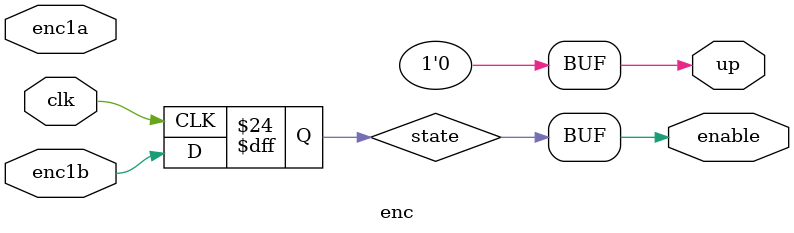
<source format=sv>

module enc
	( input logic clk,
	  output logic up, enable,
	  input logic enc1a, enc1b ) ;

    always_ff @(posedge clk) state
		<= { state[1:0], enc1a, enc1b } ;

    assign enable = state == 4'b1101 || state == 4'b0100 ||
                    state == 4'b0010 || state == 4'b1011 ||
                    state == 4'b1110 || state == 4'b1000 ||
                    state == 4'b0001 || state == 4'b0111 ;
			
	assign up = state == 4'b1101 || state == 4'b0100 ||
                state == 4'b0010 || state == 4'b1011 ;

endmodule
</source>
